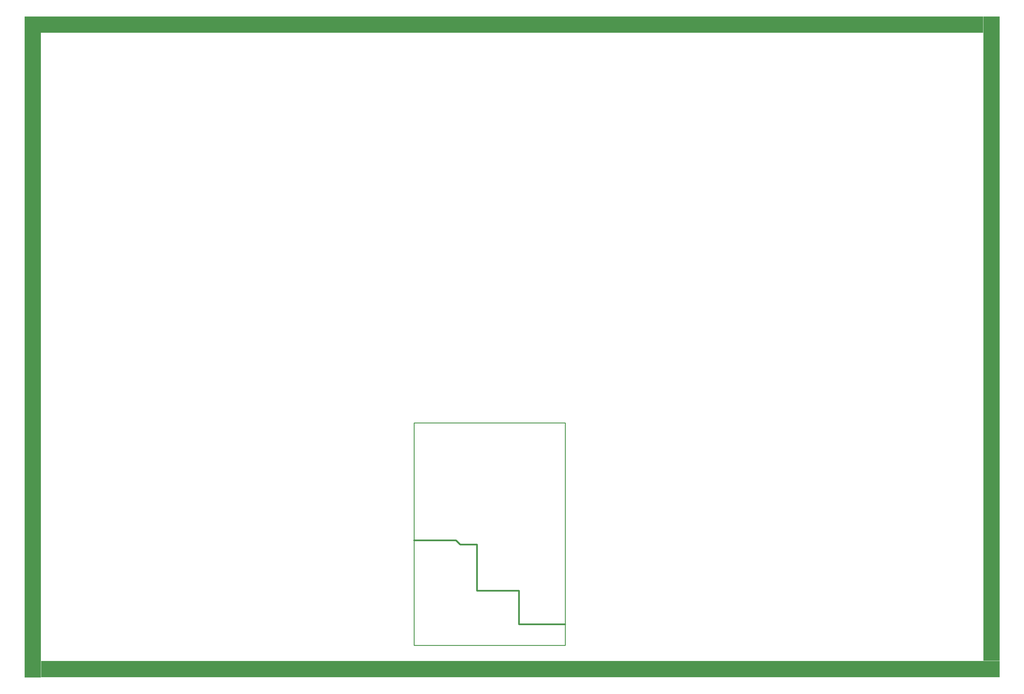
<source format=gko>
G04 Layer_Color=16711935*
%FSLAX24Y24*%
%MOIN*%
G70*
G01*
G75*
%ADD29C,0.0100*%
%ADD44C,0.0197*%
%ADD45R,0.1969X7.8740*%
%ADD46R,11.4173X0.1969*%
%ADD47R,0.1969X7.6772*%
%ADD48R,11.2205X0.1969*%
G54D29*
X-9000Y-13000D02*
Y13500D01*
Y-13000D02*
X9000D01*
Y13500D01*
X-9000D02*
X9000D01*
G54D44*
X-9000Y-500D02*
X-8500D01*
X-6625D02*
X-4000D01*
X-3500Y-1000D01*
X-1500D01*
X-8500Y-500D02*
X-6625D01*
X3500Y-10500D02*
X9000D01*
X3500D02*
Y-6500D01*
X-1500D02*
X3500D01*
X-1500D02*
Y-1000D01*
G54D45*
X-54407Y22547D02*
D03*
G54D46*
X3663Y-15839D02*
D03*
G54D47*
X59766Y23531D02*
D03*
G54D48*
X2679Y60933D02*
D03*
M02*

</source>
